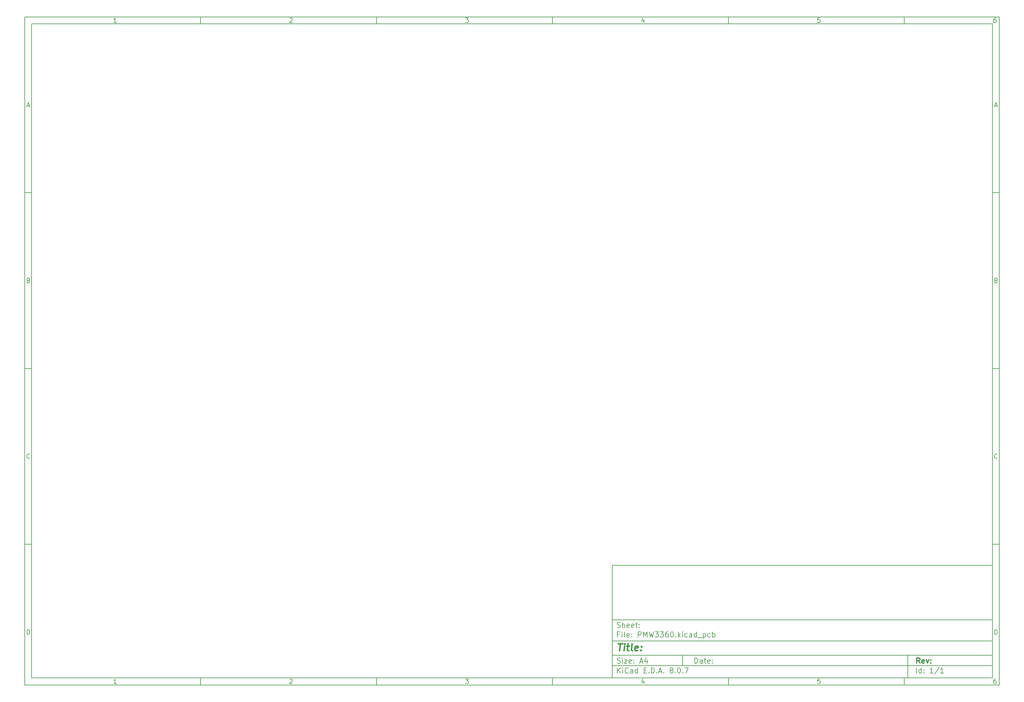
<source format=gbr>
%TF.GenerationSoftware,KiCad,Pcbnew,8.0.7*%
%TF.CreationDate,2024-12-24T22:19:04-08:00*%
%TF.ProjectId,PMW3360,504d5733-3336-4302-9e6b-696361645f70,rev?*%
%TF.SameCoordinates,Original*%
%TF.FileFunction,Paste,Bot*%
%TF.FilePolarity,Positive*%
%FSLAX46Y46*%
G04 Gerber Fmt 4.6, Leading zero omitted, Abs format (unit mm)*
G04 Created by KiCad (PCBNEW 8.0.7) date 2024-12-24 22:19:04*
%MOMM*%
%LPD*%
G01*
G04 APERTURE LIST*
%ADD10C,0.100000*%
%ADD11C,0.150000*%
%ADD12C,0.300000*%
%ADD13C,0.400000*%
G04 APERTURE END LIST*
D10*
D11*
X177002200Y-166007200D02*
X285002200Y-166007200D01*
X285002200Y-198007200D01*
X177002200Y-198007200D01*
X177002200Y-166007200D01*
D10*
D11*
X10000000Y-10000000D02*
X287002200Y-10000000D01*
X287002200Y-200007200D01*
X10000000Y-200007200D01*
X10000000Y-10000000D01*
D10*
D11*
X12000000Y-12000000D02*
X285002200Y-12000000D01*
X285002200Y-198007200D01*
X12000000Y-198007200D01*
X12000000Y-12000000D01*
D10*
D11*
X60000000Y-12000000D02*
X60000000Y-10000000D01*
D10*
D11*
X110000000Y-12000000D02*
X110000000Y-10000000D01*
D10*
D11*
X160000000Y-12000000D02*
X160000000Y-10000000D01*
D10*
D11*
X210000000Y-12000000D02*
X210000000Y-10000000D01*
D10*
D11*
X260000000Y-12000000D02*
X260000000Y-10000000D01*
D10*
D11*
X36089160Y-11593604D02*
X35346303Y-11593604D01*
X35717731Y-11593604D02*
X35717731Y-10293604D01*
X35717731Y-10293604D02*
X35593922Y-10479319D01*
X35593922Y-10479319D02*
X35470112Y-10603128D01*
X35470112Y-10603128D02*
X35346303Y-10665033D01*
D10*
D11*
X85346303Y-10417414D02*
X85408207Y-10355509D01*
X85408207Y-10355509D02*
X85532017Y-10293604D01*
X85532017Y-10293604D02*
X85841541Y-10293604D01*
X85841541Y-10293604D02*
X85965350Y-10355509D01*
X85965350Y-10355509D02*
X86027255Y-10417414D01*
X86027255Y-10417414D02*
X86089160Y-10541223D01*
X86089160Y-10541223D02*
X86089160Y-10665033D01*
X86089160Y-10665033D02*
X86027255Y-10850747D01*
X86027255Y-10850747D02*
X85284398Y-11593604D01*
X85284398Y-11593604D02*
X86089160Y-11593604D01*
D10*
D11*
X135284398Y-10293604D02*
X136089160Y-10293604D01*
X136089160Y-10293604D02*
X135655826Y-10788842D01*
X135655826Y-10788842D02*
X135841541Y-10788842D01*
X135841541Y-10788842D02*
X135965350Y-10850747D01*
X135965350Y-10850747D02*
X136027255Y-10912652D01*
X136027255Y-10912652D02*
X136089160Y-11036461D01*
X136089160Y-11036461D02*
X136089160Y-11345985D01*
X136089160Y-11345985D02*
X136027255Y-11469795D01*
X136027255Y-11469795D02*
X135965350Y-11531700D01*
X135965350Y-11531700D02*
X135841541Y-11593604D01*
X135841541Y-11593604D02*
X135470112Y-11593604D01*
X135470112Y-11593604D02*
X135346303Y-11531700D01*
X135346303Y-11531700D02*
X135284398Y-11469795D01*
D10*
D11*
X185965350Y-10726938D02*
X185965350Y-11593604D01*
X185655826Y-10231700D02*
X185346303Y-11160271D01*
X185346303Y-11160271D02*
X186151064Y-11160271D01*
D10*
D11*
X236027255Y-10293604D02*
X235408207Y-10293604D01*
X235408207Y-10293604D02*
X235346303Y-10912652D01*
X235346303Y-10912652D02*
X235408207Y-10850747D01*
X235408207Y-10850747D02*
X235532017Y-10788842D01*
X235532017Y-10788842D02*
X235841541Y-10788842D01*
X235841541Y-10788842D02*
X235965350Y-10850747D01*
X235965350Y-10850747D02*
X236027255Y-10912652D01*
X236027255Y-10912652D02*
X236089160Y-11036461D01*
X236089160Y-11036461D02*
X236089160Y-11345985D01*
X236089160Y-11345985D02*
X236027255Y-11469795D01*
X236027255Y-11469795D02*
X235965350Y-11531700D01*
X235965350Y-11531700D02*
X235841541Y-11593604D01*
X235841541Y-11593604D02*
X235532017Y-11593604D01*
X235532017Y-11593604D02*
X235408207Y-11531700D01*
X235408207Y-11531700D02*
X235346303Y-11469795D01*
D10*
D11*
X285965350Y-10293604D02*
X285717731Y-10293604D01*
X285717731Y-10293604D02*
X285593922Y-10355509D01*
X285593922Y-10355509D02*
X285532017Y-10417414D01*
X285532017Y-10417414D02*
X285408207Y-10603128D01*
X285408207Y-10603128D02*
X285346303Y-10850747D01*
X285346303Y-10850747D02*
X285346303Y-11345985D01*
X285346303Y-11345985D02*
X285408207Y-11469795D01*
X285408207Y-11469795D02*
X285470112Y-11531700D01*
X285470112Y-11531700D02*
X285593922Y-11593604D01*
X285593922Y-11593604D02*
X285841541Y-11593604D01*
X285841541Y-11593604D02*
X285965350Y-11531700D01*
X285965350Y-11531700D02*
X286027255Y-11469795D01*
X286027255Y-11469795D02*
X286089160Y-11345985D01*
X286089160Y-11345985D02*
X286089160Y-11036461D01*
X286089160Y-11036461D02*
X286027255Y-10912652D01*
X286027255Y-10912652D02*
X285965350Y-10850747D01*
X285965350Y-10850747D02*
X285841541Y-10788842D01*
X285841541Y-10788842D02*
X285593922Y-10788842D01*
X285593922Y-10788842D02*
X285470112Y-10850747D01*
X285470112Y-10850747D02*
X285408207Y-10912652D01*
X285408207Y-10912652D02*
X285346303Y-11036461D01*
D10*
D11*
X60000000Y-198007200D02*
X60000000Y-200007200D01*
D10*
D11*
X110000000Y-198007200D02*
X110000000Y-200007200D01*
D10*
D11*
X160000000Y-198007200D02*
X160000000Y-200007200D01*
D10*
D11*
X210000000Y-198007200D02*
X210000000Y-200007200D01*
D10*
D11*
X260000000Y-198007200D02*
X260000000Y-200007200D01*
D10*
D11*
X36089160Y-199600804D02*
X35346303Y-199600804D01*
X35717731Y-199600804D02*
X35717731Y-198300804D01*
X35717731Y-198300804D02*
X35593922Y-198486519D01*
X35593922Y-198486519D02*
X35470112Y-198610328D01*
X35470112Y-198610328D02*
X35346303Y-198672233D01*
D10*
D11*
X85346303Y-198424614D02*
X85408207Y-198362709D01*
X85408207Y-198362709D02*
X85532017Y-198300804D01*
X85532017Y-198300804D02*
X85841541Y-198300804D01*
X85841541Y-198300804D02*
X85965350Y-198362709D01*
X85965350Y-198362709D02*
X86027255Y-198424614D01*
X86027255Y-198424614D02*
X86089160Y-198548423D01*
X86089160Y-198548423D02*
X86089160Y-198672233D01*
X86089160Y-198672233D02*
X86027255Y-198857947D01*
X86027255Y-198857947D02*
X85284398Y-199600804D01*
X85284398Y-199600804D02*
X86089160Y-199600804D01*
D10*
D11*
X135284398Y-198300804D02*
X136089160Y-198300804D01*
X136089160Y-198300804D02*
X135655826Y-198796042D01*
X135655826Y-198796042D02*
X135841541Y-198796042D01*
X135841541Y-198796042D02*
X135965350Y-198857947D01*
X135965350Y-198857947D02*
X136027255Y-198919852D01*
X136027255Y-198919852D02*
X136089160Y-199043661D01*
X136089160Y-199043661D02*
X136089160Y-199353185D01*
X136089160Y-199353185D02*
X136027255Y-199476995D01*
X136027255Y-199476995D02*
X135965350Y-199538900D01*
X135965350Y-199538900D02*
X135841541Y-199600804D01*
X135841541Y-199600804D02*
X135470112Y-199600804D01*
X135470112Y-199600804D02*
X135346303Y-199538900D01*
X135346303Y-199538900D02*
X135284398Y-199476995D01*
D10*
D11*
X185965350Y-198734138D02*
X185965350Y-199600804D01*
X185655826Y-198238900D02*
X185346303Y-199167471D01*
X185346303Y-199167471D02*
X186151064Y-199167471D01*
D10*
D11*
X236027255Y-198300804D02*
X235408207Y-198300804D01*
X235408207Y-198300804D02*
X235346303Y-198919852D01*
X235346303Y-198919852D02*
X235408207Y-198857947D01*
X235408207Y-198857947D02*
X235532017Y-198796042D01*
X235532017Y-198796042D02*
X235841541Y-198796042D01*
X235841541Y-198796042D02*
X235965350Y-198857947D01*
X235965350Y-198857947D02*
X236027255Y-198919852D01*
X236027255Y-198919852D02*
X236089160Y-199043661D01*
X236089160Y-199043661D02*
X236089160Y-199353185D01*
X236089160Y-199353185D02*
X236027255Y-199476995D01*
X236027255Y-199476995D02*
X235965350Y-199538900D01*
X235965350Y-199538900D02*
X235841541Y-199600804D01*
X235841541Y-199600804D02*
X235532017Y-199600804D01*
X235532017Y-199600804D02*
X235408207Y-199538900D01*
X235408207Y-199538900D02*
X235346303Y-199476995D01*
D10*
D11*
X285965350Y-198300804D02*
X285717731Y-198300804D01*
X285717731Y-198300804D02*
X285593922Y-198362709D01*
X285593922Y-198362709D02*
X285532017Y-198424614D01*
X285532017Y-198424614D02*
X285408207Y-198610328D01*
X285408207Y-198610328D02*
X285346303Y-198857947D01*
X285346303Y-198857947D02*
X285346303Y-199353185D01*
X285346303Y-199353185D02*
X285408207Y-199476995D01*
X285408207Y-199476995D02*
X285470112Y-199538900D01*
X285470112Y-199538900D02*
X285593922Y-199600804D01*
X285593922Y-199600804D02*
X285841541Y-199600804D01*
X285841541Y-199600804D02*
X285965350Y-199538900D01*
X285965350Y-199538900D02*
X286027255Y-199476995D01*
X286027255Y-199476995D02*
X286089160Y-199353185D01*
X286089160Y-199353185D02*
X286089160Y-199043661D01*
X286089160Y-199043661D02*
X286027255Y-198919852D01*
X286027255Y-198919852D02*
X285965350Y-198857947D01*
X285965350Y-198857947D02*
X285841541Y-198796042D01*
X285841541Y-198796042D02*
X285593922Y-198796042D01*
X285593922Y-198796042D02*
X285470112Y-198857947D01*
X285470112Y-198857947D02*
X285408207Y-198919852D01*
X285408207Y-198919852D02*
X285346303Y-199043661D01*
D10*
D11*
X10000000Y-60000000D02*
X12000000Y-60000000D01*
D10*
D11*
X10000000Y-110000000D02*
X12000000Y-110000000D01*
D10*
D11*
X10000000Y-160000000D02*
X12000000Y-160000000D01*
D10*
D11*
X10690476Y-35222176D02*
X11309523Y-35222176D01*
X10566666Y-35593604D02*
X10999999Y-34293604D01*
X10999999Y-34293604D02*
X11433333Y-35593604D01*
D10*
D11*
X11092857Y-84912652D02*
X11278571Y-84974557D01*
X11278571Y-84974557D02*
X11340476Y-85036461D01*
X11340476Y-85036461D02*
X11402380Y-85160271D01*
X11402380Y-85160271D02*
X11402380Y-85345985D01*
X11402380Y-85345985D02*
X11340476Y-85469795D01*
X11340476Y-85469795D02*
X11278571Y-85531700D01*
X11278571Y-85531700D02*
X11154761Y-85593604D01*
X11154761Y-85593604D02*
X10659523Y-85593604D01*
X10659523Y-85593604D02*
X10659523Y-84293604D01*
X10659523Y-84293604D02*
X11092857Y-84293604D01*
X11092857Y-84293604D02*
X11216666Y-84355509D01*
X11216666Y-84355509D02*
X11278571Y-84417414D01*
X11278571Y-84417414D02*
X11340476Y-84541223D01*
X11340476Y-84541223D02*
X11340476Y-84665033D01*
X11340476Y-84665033D02*
X11278571Y-84788842D01*
X11278571Y-84788842D02*
X11216666Y-84850747D01*
X11216666Y-84850747D02*
X11092857Y-84912652D01*
X11092857Y-84912652D02*
X10659523Y-84912652D01*
D10*
D11*
X11402380Y-135469795D02*
X11340476Y-135531700D01*
X11340476Y-135531700D02*
X11154761Y-135593604D01*
X11154761Y-135593604D02*
X11030952Y-135593604D01*
X11030952Y-135593604D02*
X10845238Y-135531700D01*
X10845238Y-135531700D02*
X10721428Y-135407890D01*
X10721428Y-135407890D02*
X10659523Y-135284080D01*
X10659523Y-135284080D02*
X10597619Y-135036461D01*
X10597619Y-135036461D02*
X10597619Y-134850747D01*
X10597619Y-134850747D02*
X10659523Y-134603128D01*
X10659523Y-134603128D02*
X10721428Y-134479319D01*
X10721428Y-134479319D02*
X10845238Y-134355509D01*
X10845238Y-134355509D02*
X11030952Y-134293604D01*
X11030952Y-134293604D02*
X11154761Y-134293604D01*
X11154761Y-134293604D02*
X11340476Y-134355509D01*
X11340476Y-134355509D02*
X11402380Y-134417414D01*
D10*
D11*
X10659523Y-185593604D02*
X10659523Y-184293604D01*
X10659523Y-184293604D02*
X10969047Y-184293604D01*
X10969047Y-184293604D02*
X11154761Y-184355509D01*
X11154761Y-184355509D02*
X11278571Y-184479319D01*
X11278571Y-184479319D02*
X11340476Y-184603128D01*
X11340476Y-184603128D02*
X11402380Y-184850747D01*
X11402380Y-184850747D02*
X11402380Y-185036461D01*
X11402380Y-185036461D02*
X11340476Y-185284080D01*
X11340476Y-185284080D02*
X11278571Y-185407890D01*
X11278571Y-185407890D02*
X11154761Y-185531700D01*
X11154761Y-185531700D02*
X10969047Y-185593604D01*
X10969047Y-185593604D02*
X10659523Y-185593604D01*
D10*
D11*
X287002200Y-60000000D02*
X285002200Y-60000000D01*
D10*
D11*
X287002200Y-110000000D02*
X285002200Y-110000000D01*
D10*
D11*
X287002200Y-160000000D02*
X285002200Y-160000000D01*
D10*
D11*
X285692676Y-35222176D02*
X286311723Y-35222176D01*
X285568866Y-35593604D02*
X286002199Y-34293604D01*
X286002199Y-34293604D02*
X286435533Y-35593604D01*
D10*
D11*
X286095057Y-84912652D02*
X286280771Y-84974557D01*
X286280771Y-84974557D02*
X286342676Y-85036461D01*
X286342676Y-85036461D02*
X286404580Y-85160271D01*
X286404580Y-85160271D02*
X286404580Y-85345985D01*
X286404580Y-85345985D02*
X286342676Y-85469795D01*
X286342676Y-85469795D02*
X286280771Y-85531700D01*
X286280771Y-85531700D02*
X286156961Y-85593604D01*
X286156961Y-85593604D02*
X285661723Y-85593604D01*
X285661723Y-85593604D02*
X285661723Y-84293604D01*
X285661723Y-84293604D02*
X286095057Y-84293604D01*
X286095057Y-84293604D02*
X286218866Y-84355509D01*
X286218866Y-84355509D02*
X286280771Y-84417414D01*
X286280771Y-84417414D02*
X286342676Y-84541223D01*
X286342676Y-84541223D02*
X286342676Y-84665033D01*
X286342676Y-84665033D02*
X286280771Y-84788842D01*
X286280771Y-84788842D02*
X286218866Y-84850747D01*
X286218866Y-84850747D02*
X286095057Y-84912652D01*
X286095057Y-84912652D02*
X285661723Y-84912652D01*
D10*
D11*
X286404580Y-135469795D02*
X286342676Y-135531700D01*
X286342676Y-135531700D02*
X286156961Y-135593604D01*
X286156961Y-135593604D02*
X286033152Y-135593604D01*
X286033152Y-135593604D02*
X285847438Y-135531700D01*
X285847438Y-135531700D02*
X285723628Y-135407890D01*
X285723628Y-135407890D02*
X285661723Y-135284080D01*
X285661723Y-135284080D02*
X285599819Y-135036461D01*
X285599819Y-135036461D02*
X285599819Y-134850747D01*
X285599819Y-134850747D02*
X285661723Y-134603128D01*
X285661723Y-134603128D02*
X285723628Y-134479319D01*
X285723628Y-134479319D02*
X285847438Y-134355509D01*
X285847438Y-134355509D02*
X286033152Y-134293604D01*
X286033152Y-134293604D02*
X286156961Y-134293604D01*
X286156961Y-134293604D02*
X286342676Y-134355509D01*
X286342676Y-134355509D02*
X286404580Y-134417414D01*
D10*
D11*
X285661723Y-185593604D02*
X285661723Y-184293604D01*
X285661723Y-184293604D02*
X285971247Y-184293604D01*
X285971247Y-184293604D02*
X286156961Y-184355509D01*
X286156961Y-184355509D02*
X286280771Y-184479319D01*
X286280771Y-184479319D02*
X286342676Y-184603128D01*
X286342676Y-184603128D02*
X286404580Y-184850747D01*
X286404580Y-184850747D02*
X286404580Y-185036461D01*
X286404580Y-185036461D02*
X286342676Y-185284080D01*
X286342676Y-185284080D02*
X286280771Y-185407890D01*
X286280771Y-185407890D02*
X286156961Y-185531700D01*
X286156961Y-185531700D02*
X285971247Y-185593604D01*
X285971247Y-185593604D02*
X285661723Y-185593604D01*
D10*
D11*
X200458026Y-193793328D02*
X200458026Y-192293328D01*
X200458026Y-192293328D02*
X200815169Y-192293328D01*
X200815169Y-192293328D02*
X201029455Y-192364757D01*
X201029455Y-192364757D02*
X201172312Y-192507614D01*
X201172312Y-192507614D02*
X201243741Y-192650471D01*
X201243741Y-192650471D02*
X201315169Y-192936185D01*
X201315169Y-192936185D02*
X201315169Y-193150471D01*
X201315169Y-193150471D02*
X201243741Y-193436185D01*
X201243741Y-193436185D02*
X201172312Y-193579042D01*
X201172312Y-193579042D02*
X201029455Y-193721900D01*
X201029455Y-193721900D02*
X200815169Y-193793328D01*
X200815169Y-193793328D02*
X200458026Y-193793328D01*
X202600884Y-193793328D02*
X202600884Y-193007614D01*
X202600884Y-193007614D02*
X202529455Y-192864757D01*
X202529455Y-192864757D02*
X202386598Y-192793328D01*
X202386598Y-192793328D02*
X202100884Y-192793328D01*
X202100884Y-192793328D02*
X201958026Y-192864757D01*
X202600884Y-193721900D02*
X202458026Y-193793328D01*
X202458026Y-193793328D02*
X202100884Y-193793328D01*
X202100884Y-193793328D02*
X201958026Y-193721900D01*
X201958026Y-193721900D02*
X201886598Y-193579042D01*
X201886598Y-193579042D02*
X201886598Y-193436185D01*
X201886598Y-193436185D02*
X201958026Y-193293328D01*
X201958026Y-193293328D02*
X202100884Y-193221900D01*
X202100884Y-193221900D02*
X202458026Y-193221900D01*
X202458026Y-193221900D02*
X202600884Y-193150471D01*
X203100884Y-192793328D02*
X203672312Y-192793328D01*
X203315169Y-192293328D02*
X203315169Y-193579042D01*
X203315169Y-193579042D02*
X203386598Y-193721900D01*
X203386598Y-193721900D02*
X203529455Y-193793328D01*
X203529455Y-193793328D02*
X203672312Y-193793328D01*
X204743741Y-193721900D02*
X204600884Y-193793328D01*
X204600884Y-193793328D02*
X204315170Y-193793328D01*
X204315170Y-193793328D02*
X204172312Y-193721900D01*
X204172312Y-193721900D02*
X204100884Y-193579042D01*
X204100884Y-193579042D02*
X204100884Y-193007614D01*
X204100884Y-193007614D02*
X204172312Y-192864757D01*
X204172312Y-192864757D02*
X204315170Y-192793328D01*
X204315170Y-192793328D02*
X204600884Y-192793328D01*
X204600884Y-192793328D02*
X204743741Y-192864757D01*
X204743741Y-192864757D02*
X204815170Y-193007614D01*
X204815170Y-193007614D02*
X204815170Y-193150471D01*
X204815170Y-193150471D02*
X204100884Y-193293328D01*
X205458026Y-193650471D02*
X205529455Y-193721900D01*
X205529455Y-193721900D02*
X205458026Y-193793328D01*
X205458026Y-193793328D02*
X205386598Y-193721900D01*
X205386598Y-193721900D02*
X205458026Y-193650471D01*
X205458026Y-193650471D02*
X205458026Y-193793328D01*
X205458026Y-192864757D02*
X205529455Y-192936185D01*
X205529455Y-192936185D02*
X205458026Y-193007614D01*
X205458026Y-193007614D02*
X205386598Y-192936185D01*
X205386598Y-192936185D02*
X205458026Y-192864757D01*
X205458026Y-192864757D02*
X205458026Y-193007614D01*
D10*
D11*
X177002200Y-194507200D02*
X285002200Y-194507200D01*
D10*
D11*
X178458026Y-196593328D02*
X178458026Y-195093328D01*
X179315169Y-196593328D02*
X178672312Y-195736185D01*
X179315169Y-195093328D02*
X178458026Y-195950471D01*
X179958026Y-196593328D02*
X179958026Y-195593328D01*
X179958026Y-195093328D02*
X179886598Y-195164757D01*
X179886598Y-195164757D02*
X179958026Y-195236185D01*
X179958026Y-195236185D02*
X180029455Y-195164757D01*
X180029455Y-195164757D02*
X179958026Y-195093328D01*
X179958026Y-195093328D02*
X179958026Y-195236185D01*
X181529455Y-196450471D02*
X181458027Y-196521900D01*
X181458027Y-196521900D02*
X181243741Y-196593328D01*
X181243741Y-196593328D02*
X181100884Y-196593328D01*
X181100884Y-196593328D02*
X180886598Y-196521900D01*
X180886598Y-196521900D02*
X180743741Y-196379042D01*
X180743741Y-196379042D02*
X180672312Y-196236185D01*
X180672312Y-196236185D02*
X180600884Y-195950471D01*
X180600884Y-195950471D02*
X180600884Y-195736185D01*
X180600884Y-195736185D02*
X180672312Y-195450471D01*
X180672312Y-195450471D02*
X180743741Y-195307614D01*
X180743741Y-195307614D02*
X180886598Y-195164757D01*
X180886598Y-195164757D02*
X181100884Y-195093328D01*
X181100884Y-195093328D02*
X181243741Y-195093328D01*
X181243741Y-195093328D02*
X181458027Y-195164757D01*
X181458027Y-195164757D02*
X181529455Y-195236185D01*
X182815170Y-196593328D02*
X182815170Y-195807614D01*
X182815170Y-195807614D02*
X182743741Y-195664757D01*
X182743741Y-195664757D02*
X182600884Y-195593328D01*
X182600884Y-195593328D02*
X182315170Y-195593328D01*
X182315170Y-195593328D02*
X182172312Y-195664757D01*
X182815170Y-196521900D02*
X182672312Y-196593328D01*
X182672312Y-196593328D02*
X182315170Y-196593328D01*
X182315170Y-196593328D02*
X182172312Y-196521900D01*
X182172312Y-196521900D02*
X182100884Y-196379042D01*
X182100884Y-196379042D02*
X182100884Y-196236185D01*
X182100884Y-196236185D02*
X182172312Y-196093328D01*
X182172312Y-196093328D02*
X182315170Y-196021900D01*
X182315170Y-196021900D02*
X182672312Y-196021900D01*
X182672312Y-196021900D02*
X182815170Y-195950471D01*
X184172313Y-196593328D02*
X184172313Y-195093328D01*
X184172313Y-196521900D02*
X184029455Y-196593328D01*
X184029455Y-196593328D02*
X183743741Y-196593328D01*
X183743741Y-196593328D02*
X183600884Y-196521900D01*
X183600884Y-196521900D02*
X183529455Y-196450471D01*
X183529455Y-196450471D02*
X183458027Y-196307614D01*
X183458027Y-196307614D02*
X183458027Y-195879042D01*
X183458027Y-195879042D02*
X183529455Y-195736185D01*
X183529455Y-195736185D02*
X183600884Y-195664757D01*
X183600884Y-195664757D02*
X183743741Y-195593328D01*
X183743741Y-195593328D02*
X184029455Y-195593328D01*
X184029455Y-195593328D02*
X184172313Y-195664757D01*
X186029455Y-195807614D02*
X186529455Y-195807614D01*
X186743741Y-196593328D02*
X186029455Y-196593328D01*
X186029455Y-196593328D02*
X186029455Y-195093328D01*
X186029455Y-195093328D02*
X186743741Y-195093328D01*
X187386598Y-196450471D02*
X187458027Y-196521900D01*
X187458027Y-196521900D02*
X187386598Y-196593328D01*
X187386598Y-196593328D02*
X187315170Y-196521900D01*
X187315170Y-196521900D02*
X187386598Y-196450471D01*
X187386598Y-196450471D02*
X187386598Y-196593328D01*
X188100884Y-196593328D02*
X188100884Y-195093328D01*
X188100884Y-195093328D02*
X188458027Y-195093328D01*
X188458027Y-195093328D02*
X188672313Y-195164757D01*
X188672313Y-195164757D02*
X188815170Y-195307614D01*
X188815170Y-195307614D02*
X188886599Y-195450471D01*
X188886599Y-195450471D02*
X188958027Y-195736185D01*
X188958027Y-195736185D02*
X188958027Y-195950471D01*
X188958027Y-195950471D02*
X188886599Y-196236185D01*
X188886599Y-196236185D02*
X188815170Y-196379042D01*
X188815170Y-196379042D02*
X188672313Y-196521900D01*
X188672313Y-196521900D02*
X188458027Y-196593328D01*
X188458027Y-196593328D02*
X188100884Y-196593328D01*
X189600884Y-196450471D02*
X189672313Y-196521900D01*
X189672313Y-196521900D02*
X189600884Y-196593328D01*
X189600884Y-196593328D02*
X189529456Y-196521900D01*
X189529456Y-196521900D02*
X189600884Y-196450471D01*
X189600884Y-196450471D02*
X189600884Y-196593328D01*
X190243742Y-196164757D02*
X190958028Y-196164757D01*
X190100885Y-196593328D02*
X190600885Y-195093328D01*
X190600885Y-195093328D02*
X191100885Y-196593328D01*
X191600884Y-196450471D02*
X191672313Y-196521900D01*
X191672313Y-196521900D02*
X191600884Y-196593328D01*
X191600884Y-196593328D02*
X191529456Y-196521900D01*
X191529456Y-196521900D02*
X191600884Y-196450471D01*
X191600884Y-196450471D02*
X191600884Y-196593328D01*
X193672313Y-195736185D02*
X193529456Y-195664757D01*
X193529456Y-195664757D02*
X193458027Y-195593328D01*
X193458027Y-195593328D02*
X193386599Y-195450471D01*
X193386599Y-195450471D02*
X193386599Y-195379042D01*
X193386599Y-195379042D02*
X193458027Y-195236185D01*
X193458027Y-195236185D02*
X193529456Y-195164757D01*
X193529456Y-195164757D02*
X193672313Y-195093328D01*
X193672313Y-195093328D02*
X193958027Y-195093328D01*
X193958027Y-195093328D02*
X194100885Y-195164757D01*
X194100885Y-195164757D02*
X194172313Y-195236185D01*
X194172313Y-195236185D02*
X194243742Y-195379042D01*
X194243742Y-195379042D02*
X194243742Y-195450471D01*
X194243742Y-195450471D02*
X194172313Y-195593328D01*
X194172313Y-195593328D02*
X194100885Y-195664757D01*
X194100885Y-195664757D02*
X193958027Y-195736185D01*
X193958027Y-195736185D02*
X193672313Y-195736185D01*
X193672313Y-195736185D02*
X193529456Y-195807614D01*
X193529456Y-195807614D02*
X193458027Y-195879042D01*
X193458027Y-195879042D02*
X193386599Y-196021900D01*
X193386599Y-196021900D02*
X193386599Y-196307614D01*
X193386599Y-196307614D02*
X193458027Y-196450471D01*
X193458027Y-196450471D02*
X193529456Y-196521900D01*
X193529456Y-196521900D02*
X193672313Y-196593328D01*
X193672313Y-196593328D02*
X193958027Y-196593328D01*
X193958027Y-196593328D02*
X194100885Y-196521900D01*
X194100885Y-196521900D02*
X194172313Y-196450471D01*
X194172313Y-196450471D02*
X194243742Y-196307614D01*
X194243742Y-196307614D02*
X194243742Y-196021900D01*
X194243742Y-196021900D02*
X194172313Y-195879042D01*
X194172313Y-195879042D02*
X194100885Y-195807614D01*
X194100885Y-195807614D02*
X193958027Y-195736185D01*
X194886598Y-196450471D02*
X194958027Y-196521900D01*
X194958027Y-196521900D02*
X194886598Y-196593328D01*
X194886598Y-196593328D02*
X194815170Y-196521900D01*
X194815170Y-196521900D02*
X194886598Y-196450471D01*
X194886598Y-196450471D02*
X194886598Y-196593328D01*
X195886599Y-195093328D02*
X196029456Y-195093328D01*
X196029456Y-195093328D02*
X196172313Y-195164757D01*
X196172313Y-195164757D02*
X196243742Y-195236185D01*
X196243742Y-195236185D02*
X196315170Y-195379042D01*
X196315170Y-195379042D02*
X196386599Y-195664757D01*
X196386599Y-195664757D02*
X196386599Y-196021900D01*
X196386599Y-196021900D02*
X196315170Y-196307614D01*
X196315170Y-196307614D02*
X196243742Y-196450471D01*
X196243742Y-196450471D02*
X196172313Y-196521900D01*
X196172313Y-196521900D02*
X196029456Y-196593328D01*
X196029456Y-196593328D02*
X195886599Y-196593328D01*
X195886599Y-196593328D02*
X195743742Y-196521900D01*
X195743742Y-196521900D02*
X195672313Y-196450471D01*
X195672313Y-196450471D02*
X195600884Y-196307614D01*
X195600884Y-196307614D02*
X195529456Y-196021900D01*
X195529456Y-196021900D02*
X195529456Y-195664757D01*
X195529456Y-195664757D02*
X195600884Y-195379042D01*
X195600884Y-195379042D02*
X195672313Y-195236185D01*
X195672313Y-195236185D02*
X195743742Y-195164757D01*
X195743742Y-195164757D02*
X195886599Y-195093328D01*
X197029455Y-196450471D02*
X197100884Y-196521900D01*
X197100884Y-196521900D02*
X197029455Y-196593328D01*
X197029455Y-196593328D02*
X196958027Y-196521900D01*
X196958027Y-196521900D02*
X197029455Y-196450471D01*
X197029455Y-196450471D02*
X197029455Y-196593328D01*
X197600884Y-195093328D02*
X198600884Y-195093328D01*
X198600884Y-195093328D02*
X197958027Y-196593328D01*
D10*
D11*
X177002200Y-191507200D02*
X285002200Y-191507200D01*
D10*
D12*
X264413853Y-193785528D02*
X263913853Y-193071242D01*
X263556710Y-193785528D02*
X263556710Y-192285528D01*
X263556710Y-192285528D02*
X264128139Y-192285528D01*
X264128139Y-192285528D02*
X264270996Y-192356957D01*
X264270996Y-192356957D02*
X264342425Y-192428385D01*
X264342425Y-192428385D02*
X264413853Y-192571242D01*
X264413853Y-192571242D02*
X264413853Y-192785528D01*
X264413853Y-192785528D02*
X264342425Y-192928385D01*
X264342425Y-192928385D02*
X264270996Y-192999814D01*
X264270996Y-192999814D02*
X264128139Y-193071242D01*
X264128139Y-193071242D02*
X263556710Y-193071242D01*
X265628139Y-193714100D02*
X265485282Y-193785528D01*
X265485282Y-193785528D02*
X265199568Y-193785528D01*
X265199568Y-193785528D02*
X265056710Y-193714100D01*
X265056710Y-193714100D02*
X264985282Y-193571242D01*
X264985282Y-193571242D02*
X264985282Y-192999814D01*
X264985282Y-192999814D02*
X265056710Y-192856957D01*
X265056710Y-192856957D02*
X265199568Y-192785528D01*
X265199568Y-192785528D02*
X265485282Y-192785528D01*
X265485282Y-192785528D02*
X265628139Y-192856957D01*
X265628139Y-192856957D02*
X265699568Y-192999814D01*
X265699568Y-192999814D02*
X265699568Y-193142671D01*
X265699568Y-193142671D02*
X264985282Y-193285528D01*
X266199567Y-192785528D02*
X266556710Y-193785528D01*
X266556710Y-193785528D02*
X266913853Y-192785528D01*
X267485281Y-193642671D02*
X267556710Y-193714100D01*
X267556710Y-193714100D02*
X267485281Y-193785528D01*
X267485281Y-193785528D02*
X267413853Y-193714100D01*
X267413853Y-193714100D02*
X267485281Y-193642671D01*
X267485281Y-193642671D02*
X267485281Y-193785528D01*
X267485281Y-192856957D02*
X267556710Y-192928385D01*
X267556710Y-192928385D02*
X267485281Y-192999814D01*
X267485281Y-192999814D02*
X267413853Y-192928385D01*
X267413853Y-192928385D02*
X267485281Y-192856957D01*
X267485281Y-192856957D02*
X267485281Y-192999814D01*
D10*
D11*
X178386598Y-193721900D02*
X178600884Y-193793328D01*
X178600884Y-193793328D02*
X178958026Y-193793328D01*
X178958026Y-193793328D02*
X179100884Y-193721900D01*
X179100884Y-193721900D02*
X179172312Y-193650471D01*
X179172312Y-193650471D02*
X179243741Y-193507614D01*
X179243741Y-193507614D02*
X179243741Y-193364757D01*
X179243741Y-193364757D02*
X179172312Y-193221900D01*
X179172312Y-193221900D02*
X179100884Y-193150471D01*
X179100884Y-193150471D02*
X178958026Y-193079042D01*
X178958026Y-193079042D02*
X178672312Y-193007614D01*
X178672312Y-193007614D02*
X178529455Y-192936185D01*
X178529455Y-192936185D02*
X178458026Y-192864757D01*
X178458026Y-192864757D02*
X178386598Y-192721900D01*
X178386598Y-192721900D02*
X178386598Y-192579042D01*
X178386598Y-192579042D02*
X178458026Y-192436185D01*
X178458026Y-192436185D02*
X178529455Y-192364757D01*
X178529455Y-192364757D02*
X178672312Y-192293328D01*
X178672312Y-192293328D02*
X179029455Y-192293328D01*
X179029455Y-192293328D02*
X179243741Y-192364757D01*
X179886597Y-193793328D02*
X179886597Y-192793328D01*
X179886597Y-192293328D02*
X179815169Y-192364757D01*
X179815169Y-192364757D02*
X179886597Y-192436185D01*
X179886597Y-192436185D02*
X179958026Y-192364757D01*
X179958026Y-192364757D02*
X179886597Y-192293328D01*
X179886597Y-192293328D02*
X179886597Y-192436185D01*
X180458026Y-192793328D02*
X181243741Y-192793328D01*
X181243741Y-192793328D02*
X180458026Y-193793328D01*
X180458026Y-193793328D02*
X181243741Y-193793328D01*
X182386598Y-193721900D02*
X182243741Y-193793328D01*
X182243741Y-193793328D02*
X181958027Y-193793328D01*
X181958027Y-193793328D02*
X181815169Y-193721900D01*
X181815169Y-193721900D02*
X181743741Y-193579042D01*
X181743741Y-193579042D02*
X181743741Y-193007614D01*
X181743741Y-193007614D02*
X181815169Y-192864757D01*
X181815169Y-192864757D02*
X181958027Y-192793328D01*
X181958027Y-192793328D02*
X182243741Y-192793328D01*
X182243741Y-192793328D02*
X182386598Y-192864757D01*
X182386598Y-192864757D02*
X182458027Y-193007614D01*
X182458027Y-193007614D02*
X182458027Y-193150471D01*
X182458027Y-193150471D02*
X181743741Y-193293328D01*
X183100883Y-193650471D02*
X183172312Y-193721900D01*
X183172312Y-193721900D02*
X183100883Y-193793328D01*
X183100883Y-193793328D02*
X183029455Y-193721900D01*
X183029455Y-193721900D02*
X183100883Y-193650471D01*
X183100883Y-193650471D02*
X183100883Y-193793328D01*
X183100883Y-192864757D02*
X183172312Y-192936185D01*
X183172312Y-192936185D02*
X183100883Y-193007614D01*
X183100883Y-193007614D02*
X183029455Y-192936185D01*
X183029455Y-192936185D02*
X183100883Y-192864757D01*
X183100883Y-192864757D02*
X183100883Y-193007614D01*
X184886598Y-193364757D02*
X185600884Y-193364757D01*
X184743741Y-193793328D02*
X185243741Y-192293328D01*
X185243741Y-192293328D02*
X185743741Y-193793328D01*
X186886598Y-192793328D02*
X186886598Y-193793328D01*
X186529455Y-192221900D02*
X186172312Y-193293328D01*
X186172312Y-193293328D02*
X187100883Y-193293328D01*
D10*
D11*
X263458026Y-196593328D02*
X263458026Y-195093328D01*
X264815170Y-196593328D02*
X264815170Y-195093328D01*
X264815170Y-196521900D02*
X264672312Y-196593328D01*
X264672312Y-196593328D02*
X264386598Y-196593328D01*
X264386598Y-196593328D02*
X264243741Y-196521900D01*
X264243741Y-196521900D02*
X264172312Y-196450471D01*
X264172312Y-196450471D02*
X264100884Y-196307614D01*
X264100884Y-196307614D02*
X264100884Y-195879042D01*
X264100884Y-195879042D02*
X264172312Y-195736185D01*
X264172312Y-195736185D02*
X264243741Y-195664757D01*
X264243741Y-195664757D02*
X264386598Y-195593328D01*
X264386598Y-195593328D02*
X264672312Y-195593328D01*
X264672312Y-195593328D02*
X264815170Y-195664757D01*
X265529455Y-196450471D02*
X265600884Y-196521900D01*
X265600884Y-196521900D02*
X265529455Y-196593328D01*
X265529455Y-196593328D02*
X265458027Y-196521900D01*
X265458027Y-196521900D02*
X265529455Y-196450471D01*
X265529455Y-196450471D02*
X265529455Y-196593328D01*
X265529455Y-195664757D02*
X265600884Y-195736185D01*
X265600884Y-195736185D02*
X265529455Y-195807614D01*
X265529455Y-195807614D02*
X265458027Y-195736185D01*
X265458027Y-195736185D02*
X265529455Y-195664757D01*
X265529455Y-195664757D02*
X265529455Y-195807614D01*
X268172313Y-196593328D02*
X267315170Y-196593328D01*
X267743741Y-196593328D02*
X267743741Y-195093328D01*
X267743741Y-195093328D02*
X267600884Y-195307614D01*
X267600884Y-195307614D02*
X267458027Y-195450471D01*
X267458027Y-195450471D02*
X267315170Y-195521900D01*
X269886598Y-195021900D02*
X268600884Y-196950471D01*
X271172313Y-196593328D02*
X270315170Y-196593328D01*
X270743741Y-196593328D02*
X270743741Y-195093328D01*
X270743741Y-195093328D02*
X270600884Y-195307614D01*
X270600884Y-195307614D02*
X270458027Y-195450471D01*
X270458027Y-195450471D02*
X270315170Y-195521900D01*
D10*
D11*
X177002200Y-187507200D02*
X285002200Y-187507200D01*
D10*
D13*
X178693928Y-188211638D02*
X179836785Y-188211638D01*
X179015357Y-190211638D02*
X179265357Y-188211638D01*
X180253452Y-190211638D02*
X180420119Y-188878304D01*
X180503452Y-188211638D02*
X180396309Y-188306876D01*
X180396309Y-188306876D02*
X180479643Y-188402114D01*
X180479643Y-188402114D02*
X180586786Y-188306876D01*
X180586786Y-188306876D02*
X180503452Y-188211638D01*
X180503452Y-188211638D02*
X180479643Y-188402114D01*
X181086786Y-188878304D02*
X181848690Y-188878304D01*
X181455833Y-188211638D02*
X181241548Y-189925923D01*
X181241548Y-189925923D02*
X181312976Y-190116400D01*
X181312976Y-190116400D02*
X181491548Y-190211638D01*
X181491548Y-190211638D02*
X181682024Y-190211638D01*
X182634405Y-190211638D02*
X182455833Y-190116400D01*
X182455833Y-190116400D02*
X182384405Y-189925923D01*
X182384405Y-189925923D02*
X182598690Y-188211638D01*
X184170119Y-190116400D02*
X183967738Y-190211638D01*
X183967738Y-190211638D02*
X183586785Y-190211638D01*
X183586785Y-190211638D02*
X183408214Y-190116400D01*
X183408214Y-190116400D02*
X183336785Y-189925923D01*
X183336785Y-189925923D02*
X183432024Y-189164019D01*
X183432024Y-189164019D02*
X183551071Y-188973542D01*
X183551071Y-188973542D02*
X183753452Y-188878304D01*
X183753452Y-188878304D02*
X184134404Y-188878304D01*
X184134404Y-188878304D02*
X184312976Y-188973542D01*
X184312976Y-188973542D02*
X184384404Y-189164019D01*
X184384404Y-189164019D02*
X184360595Y-189354495D01*
X184360595Y-189354495D02*
X183384404Y-189544971D01*
X185134405Y-190021161D02*
X185217738Y-190116400D01*
X185217738Y-190116400D02*
X185110595Y-190211638D01*
X185110595Y-190211638D02*
X185027262Y-190116400D01*
X185027262Y-190116400D02*
X185134405Y-190021161D01*
X185134405Y-190021161D02*
X185110595Y-190211638D01*
X185265357Y-188973542D02*
X185348690Y-189068780D01*
X185348690Y-189068780D02*
X185241548Y-189164019D01*
X185241548Y-189164019D02*
X185158214Y-189068780D01*
X185158214Y-189068780D02*
X185265357Y-188973542D01*
X185265357Y-188973542D02*
X185241548Y-189164019D01*
D10*
D11*
X178958026Y-185607614D02*
X178458026Y-185607614D01*
X178458026Y-186393328D02*
X178458026Y-184893328D01*
X178458026Y-184893328D02*
X179172312Y-184893328D01*
X179743740Y-186393328D02*
X179743740Y-185393328D01*
X179743740Y-184893328D02*
X179672312Y-184964757D01*
X179672312Y-184964757D02*
X179743740Y-185036185D01*
X179743740Y-185036185D02*
X179815169Y-184964757D01*
X179815169Y-184964757D02*
X179743740Y-184893328D01*
X179743740Y-184893328D02*
X179743740Y-185036185D01*
X180672312Y-186393328D02*
X180529455Y-186321900D01*
X180529455Y-186321900D02*
X180458026Y-186179042D01*
X180458026Y-186179042D02*
X180458026Y-184893328D01*
X181815169Y-186321900D02*
X181672312Y-186393328D01*
X181672312Y-186393328D02*
X181386598Y-186393328D01*
X181386598Y-186393328D02*
X181243740Y-186321900D01*
X181243740Y-186321900D02*
X181172312Y-186179042D01*
X181172312Y-186179042D02*
X181172312Y-185607614D01*
X181172312Y-185607614D02*
X181243740Y-185464757D01*
X181243740Y-185464757D02*
X181386598Y-185393328D01*
X181386598Y-185393328D02*
X181672312Y-185393328D01*
X181672312Y-185393328D02*
X181815169Y-185464757D01*
X181815169Y-185464757D02*
X181886598Y-185607614D01*
X181886598Y-185607614D02*
X181886598Y-185750471D01*
X181886598Y-185750471D02*
X181172312Y-185893328D01*
X182529454Y-186250471D02*
X182600883Y-186321900D01*
X182600883Y-186321900D02*
X182529454Y-186393328D01*
X182529454Y-186393328D02*
X182458026Y-186321900D01*
X182458026Y-186321900D02*
X182529454Y-186250471D01*
X182529454Y-186250471D02*
X182529454Y-186393328D01*
X182529454Y-185464757D02*
X182600883Y-185536185D01*
X182600883Y-185536185D02*
X182529454Y-185607614D01*
X182529454Y-185607614D02*
X182458026Y-185536185D01*
X182458026Y-185536185D02*
X182529454Y-185464757D01*
X182529454Y-185464757D02*
X182529454Y-185607614D01*
X184386597Y-186393328D02*
X184386597Y-184893328D01*
X184386597Y-184893328D02*
X184958026Y-184893328D01*
X184958026Y-184893328D02*
X185100883Y-184964757D01*
X185100883Y-184964757D02*
X185172312Y-185036185D01*
X185172312Y-185036185D02*
X185243740Y-185179042D01*
X185243740Y-185179042D02*
X185243740Y-185393328D01*
X185243740Y-185393328D02*
X185172312Y-185536185D01*
X185172312Y-185536185D02*
X185100883Y-185607614D01*
X185100883Y-185607614D02*
X184958026Y-185679042D01*
X184958026Y-185679042D02*
X184386597Y-185679042D01*
X185886597Y-186393328D02*
X185886597Y-184893328D01*
X185886597Y-184893328D02*
X186386597Y-185964757D01*
X186386597Y-185964757D02*
X186886597Y-184893328D01*
X186886597Y-184893328D02*
X186886597Y-186393328D01*
X187458026Y-184893328D02*
X187815169Y-186393328D01*
X187815169Y-186393328D02*
X188100883Y-185321900D01*
X188100883Y-185321900D02*
X188386598Y-186393328D01*
X188386598Y-186393328D02*
X188743741Y-184893328D01*
X189172312Y-184893328D02*
X190100884Y-184893328D01*
X190100884Y-184893328D02*
X189600884Y-185464757D01*
X189600884Y-185464757D02*
X189815169Y-185464757D01*
X189815169Y-185464757D02*
X189958027Y-185536185D01*
X189958027Y-185536185D02*
X190029455Y-185607614D01*
X190029455Y-185607614D02*
X190100884Y-185750471D01*
X190100884Y-185750471D02*
X190100884Y-186107614D01*
X190100884Y-186107614D02*
X190029455Y-186250471D01*
X190029455Y-186250471D02*
X189958027Y-186321900D01*
X189958027Y-186321900D02*
X189815169Y-186393328D01*
X189815169Y-186393328D02*
X189386598Y-186393328D01*
X189386598Y-186393328D02*
X189243741Y-186321900D01*
X189243741Y-186321900D02*
X189172312Y-186250471D01*
X190600883Y-184893328D02*
X191529455Y-184893328D01*
X191529455Y-184893328D02*
X191029455Y-185464757D01*
X191029455Y-185464757D02*
X191243740Y-185464757D01*
X191243740Y-185464757D02*
X191386598Y-185536185D01*
X191386598Y-185536185D02*
X191458026Y-185607614D01*
X191458026Y-185607614D02*
X191529455Y-185750471D01*
X191529455Y-185750471D02*
X191529455Y-186107614D01*
X191529455Y-186107614D02*
X191458026Y-186250471D01*
X191458026Y-186250471D02*
X191386598Y-186321900D01*
X191386598Y-186321900D02*
X191243740Y-186393328D01*
X191243740Y-186393328D02*
X190815169Y-186393328D01*
X190815169Y-186393328D02*
X190672312Y-186321900D01*
X190672312Y-186321900D02*
X190600883Y-186250471D01*
X192815169Y-184893328D02*
X192529454Y-184893328D01*
X192529454Y-184893328D02*
X192386597Y-184964757D01*
X192386597Y-184964757D02*
X192315169Y-185036185D01*
X192315169Y-185036185D02*
X192172311Y-185250471D01*
X192172311Y-185250471D02*
X192100883Y-185536185D01*
X192100883Y-185536185D02*
X192100883Y-186107614D01*
X192100883Y-186107614D02*
X192172311Y-186250471D01*
X192172311Y-186250471D02*
X192243740Y-186321900D01*
X192243740Y-186321900D02*
X192386597Y-186393328D01*
X192386597Y-186393328D02*
X192672311Y-186393328D01*
X192672311Y-186393328D02*
X192815169Y-186321900D01*
X192815169Y-186321900D02*
X192886597Y-186250471D01*
X192886597Y-186250471D02*
X192958026Y-186107614D01*
X192958026Y-186107614D02*
X192958026Y-185750471D01*
X192958026Y-185750471D02*
X192886597Y-185607614D01*
X192886597Y-185607614D02*
X192815169Y-185536185D01*
X192815169Y-185536185D02*
X192672311Y-185464757D01*
X192672311Y-185464757D02*
X192386597Y-185464757D01*
X192386597Y-185464757D02*
X192243740Y-185536185D01*
X192243740Y-185536185D02*
X192172311Y-185607614D01*
X192172311Y-185607614D02*
X192100883Y-185750471D01*
X193886597Y-184893328D02*
X194029454Y-184893328D01*
X194029454Y-184893328D02*
X194172311Y-184964757D01*
X194172311Y-184964757D02*
X194243740Y-185036185D01*
X194243740Y-185036185D02*
X194315168Y-185179042D01*
X194315168Y-185179042D02*
X194386597Y-185464757D01*
X194386597Y-185464757D02*
X194386597Y-185821900D01*
X194386597Y-185821900D02*
X194315168Y-186107614D01*
X194315168Y-186107614D02*
X194243740Y-186250471D01*
X194243740Y-186250471D02*
X194172311Y-186321900D01*
X194172311Y-186321900D02*
X194029454Y-186393328D01*
X194029454Y-186393328D02*
X193886597Y-186393328D01*
X193886597Y-186393328D02*
X193743740Y-186321900D01*
X193743740Y-186321900D02*
X193672311Y-186250471D01*
X193672311Y-186250471D02*
X193600882Y-186107614D01*
X193600882Y-186107614D02*
X193529454Y-185821900D01*
X193529454Y-185821900D02*
X193529454Y-185464757D01*
X193529454Y-185464757D02*
X193600882Y-185179042D01*
X193600882Y-185179042D02*
X193672311Y-185036185D01*
X193672311Y-185036185D02*
X193743740Y-184964757D01*
X193743740Y-184964757D02*
X193886597Y-184893328D01*
X195029453Y-186250471D02*
X195100882Y-186321900D01*
X195100882Y-186321900D02*
X195029453Y-186393328D01*
X195029453Y-186393328D02*
X194958025Y-186321900D01*
X194958025Y-186321900D02*
X195029453Y-186250471D01*
X195029453Y-186250471D02*
X195029453Y-186393328D01*
X195743739Y-186393328D02*
X195743739Y-184893328D01*
X195886597Y-185821900D02*
X196315168Y-186393328D01*
X196315168Y-185393328D02*
X195743739Y-185964757D01*
X196958025Y-186393328D02*
X196958025Y-185393328D01*
X196958025Y-184893328D02*
X196886597Y-184964757D01*
X196886597Y-184964757D02*
X196958025Y-185036185D01*
X196958025Y-185036185D02*
X197029454Y-184964757D01*
X197029454Y-184964757D02*
X196958025Y-184893328D01*
X196958025Y-184893328D02*
X196958025Y-185036185D01*
X198315169Y-186321900D02*
X198172311Y-186393328D01*
X198172311Y-186393328D02*
X197886597Y-186393328D01*
X197886597Y-186393328D02*
X197743740Y-186321900D01*
X197743740Y-186321900D02*
X197672311Y-186250471D01*
X197672311Y-186250471D02*
X197600883Y-186107614D01*
X197600883Y-186107614D02*
X197600883Y-185679042D01*
X197600883Y-185679042D02*
X197672311Y-185536185D01*
X197672311Y-185536185D02*
X197743740Y-185464757D01*
X197743740Y-185464757D02*
X197886597Y-185393328D01*
X197886597Y-185393328D02*
X198172311Y-185393328D01*
X198172311Y-185393328D02*
X198315169Y-185464757D01*
X199600883Y-186393328D02*
X199600883Y-185607614D01*
X199600883Y-185607614D02*
X199529454Y-185464757D01*
X199529454Y-185464757D02*
X199386597Y-185393328D01*
X199386597Y-185393328D02*
X199100883Y-185393328D01*
X199100883Y-185393328D02*
X198958025Y-185464757D01*
X199600883Y-186321900D02*
X199458025Y-186393328D01*
X199458025Y-186393328D02*
X199100883Y-186393328D01*
X199100883Y-186393328D02*
X198958025Y-186321900D01*
X198958025Y-186321900D02*
X198886597Y-186179042D01*
X198886597Y-186179042D02*
X198886597Y-186036185D01*
X198886597Y-186036185D02*
X198958025Y-185893328D01*
X198958025Y-185893328D02*
X199100883Y-185821900D01*
X199100883Y-185821900D02*
X199458025Y-185821900D01*
X199458025Y-185821900D02*
X199600883Y-185750471D01*
X200958026Y-186393328D02*
X200958026Y-184893328D01*
X200958026Y-186321900D02*
X200815168Y-186393328D01*
X200815168Y-186393328D02*
X200529454Y-186393328D01*
X200529454Y-186393328D02*
X200386597Y-186321900D01*
X200386597Y-186321900D02*
X200315168Y-186250471D01*
X200315168Y-186250471D02*
X200243740Y-186107614D01*
X200243740Y-186107614D02*
X200243740Y-185679042D01*
X200243740Y-185679042D02*
X200315168Y-185536185D01*
X200315168Y-185536185D02*
X200386597Y-185464757D01*
X200386597Y-185464757D02*
X200529454Y-185393328D01*
X200529454Y-185393328D02*
X200815168Y-185393328D01*
X200815168Y-185393328D02*
X200958026Y-185464757D01*
X201315169Y-186536185D02*
X202458026Y-186536185D01*
X202815168Y-185393328D02*
X202815168Y-186893328D01*
X202815168Y-185464757D02*
X202958026Y-185393328D01*
X202958026Y-185393328D02*
X203243740Y-185393328D01*
X203243740Y-185393328D02*
X203386597Y-185464757D01*
X203386597Y-185464757D02*
X203458026Y-185536185D01*
X203458026Y-185536185D02*
X203529454Y-185679042D01*
X203529454Y-185679042D02*
X203529454Y-186107614D01*
X203529454Y-186107614D02*
X203458026Y-186250471D01*
X203458026Y-186250471D02*
X203386597Y-186321900D01*
X203386597Y-186321900D02*
X203243740Y-186393328D01*
X203243740Y-186393328D02*
X202958026Y-186393328D01*
X202958026Y-186393328D02*
X202815168Y-186321900D01*
X204815169Y-186321900D02*
X204672311Y-186393328D01*
X204672311Y-186393328D02*
X204386597Y-186393328D01*
X204386597Y-186393328D02*
X204243740Y-186321900D01*
X204243740Y-186321900D02*
X204172311Y-186250471D01*
X204172311Y-186250471D02*
X204100883Y-186107614D01*
X204100883Y-186107614D02*
X204100883Y-185679042D01*
X204100883Y-185679042D02*
X204172311Y-185536185D01*
X204172311Y-185536185D02*
X204243740Y-185464757D01*
X204243740Y-185464757D02*
X204386597Y-185393328D01*
X204386597Y-185393328D02*
X204672311Y-185393328D01*
X204672311Y-185393328D02*
X204815169Y-185464757D01*
X205458025Y-186393328D02*
X205458025Y-184893328D01*
X205458025Y-185464757D02*
X205600883Y-185393328D01*
X205600883Y-185393328D02*
X205886597Y-185393328D01*
X205886597Y-185393328D02*
X206029454Y-185464757D01*
X206029454Y-185464757D02*
X206100883Y-185536185D01*
X206100883Y-185536185D02*
X206172311Y-185679042D01*
X206172311Y-185679042D02*
X206172311Y-186107614D01*
X206172311Y-186107614D02*
X206100883Y-186250471D01*
X206100883Y-186250471D02*
X206029454Y-186321900D01*
X206029454Y-186321900D02*
X205886597Y-186393328D01*
X205886597Y-186393328D02*
X205600883Y-186393328D01*
X205600883Y-186393328D02*
X205458025Y-186321900D01*
D10*
D11*
X177002200Y-181507200D02*
X285002200Y-181507200D01*
D10*
D11*
X178386598Y-183621900D02*
X178600884Y-183693328D01*
X178600884Y-183693328D02*
X178958026Y-183693328D01*
X178958026Y-183693328D02*
X179100884Y-183621900D01*
X179100884Y-183621900D02*
X179172312Y-183550471D01*
X179172312Y-183550471D02*
X179243741Y-183407614D01*
X179243741Y-183407614D02*
X179243741Y-183264757D01*
X179243741Y-183264757D02*
X179172312Y-183121900D01*
X179172312Y-183121900D02*
X179100884Y-183050471D01*
X179100884Y-183050471D02*
X178958026Y-182979042D01*
X178958026Y-182979042D02*
X178672312Y-182907614D01*
X178672312Y-182907614D02*
X178529455Y-182836185D01*
X178529455Y-182836185D02*
X178458026Y-182764757D01*
X178458026Y-182764757D02*
X178386598Y-182621900D01*
X178386598Y-182621900D02*
X178386598Y-182479042D01*
X178386598Y-182479042D02*
X178458026Y-182336185D01*
X178458026Y-182336185D02*
X178529455Y-182264757D01*
X178529455Y-182264757D02*
X178672312Y-182193328D01*
X178672312Y-182193328D02*
X179029455Y-182193328D01*
X179029455Y-182193328D02*
X179243741Y-182264757D01*
X179886597Y-183693328D02*
X179886597Y-182193328D01*
X180529455Y-183693328D02*
X180529455Y-182907614D01*
X180529455Y-182907614D02*
X180458026Y-182764757D01*
X180458026Y-182764757D02*
X180315169Y-182693328D01*
X180315169Y-182693328D02*
X180100883Y-182693328D01*
X180100883Y-182693328D02*
X179958026Y-182764757D01*
X179958026Y-182764757D02*
X179886597Y-182836185D01*
X181815169Y-183621900D02*
X181672312Y-183693328D01*
X181672312Y-183693328D02*
X181386598Y-183693328D01*
X181386598Y-183693328D02*
X181243740Y-183621900D01*
X181243740Y-183621900D02*
X181172312Y-183479042D01*
X181172312Y-183479042D02*
X181172312Y-182907614D01*
X181172312Y-182907614D02*
X181243740Y-182764757D01*
X181243740Y-182764757D02*
X181386598Y-182693328D01*
X181386598Y-182693328D02*
X181672312Y-182693328D01*
X181672312Y-182693328D02*
X181815169Y-182764757D01*
X181815169Y-182764757D02*
X181886598Y-182907614D01*
X181886598Y-182907614D02*
X181886598Y-183050471D01*
X181886598Y-183050471D02*
X181172312Y-183193328D01*
X183100883Y-183621900D02*
X182958026Y-183693328D01*
X182958026Y-183693328D02*
X182672312Y-183693328D01*
X182672312Y-183693328D02*
X182529454Y-183621900D01*
X182529454Y-183621900D02*
X182458026Y-183479042D01*
X182458026Y-183479042D02*
X182458026Y-182907614D01*
X182458026Y-182907614D02*
X182529454Y-182764757D01*
X182529454Y-182764757D02*
X182672312Y-182693328D01*
X182672312Y-182693328D02*
X182958026Y-182693328D01*
X182958026Y-182693328D02*
X183100883Y-182764757D01*
X183100883Y-182764757D02*
X183172312Y-182907614D01*
X183172312Y-182907614D02*
X183172312Y-183050471D01*
X183172312Y-183050471D02*
X182458026Y-183193328D01*
X183600883Y-182693328D02*
X184172311Y-182693328D01*
X183815168Y-182193328D02*
X183815168Y-183479042D01*
X183815168Y-183479042D02*
X183886597Y-183621900D01*
X183886597Y-183621900D02*
X184029454Y-183693328D01*
X184029454Y-183693328D02*
X184172311Y-183693328D01*
X184672311Y-183550471D02*
X184743740Y-183621900D01*
X184743740Y-183621900D02*
X184672311Y-183693328D01*
X184672311Y-183693328D02*
X184600883Y-183621900D01*
X184600883Y-183621900D02*
X184672311Y-183550471D01*
X184672311Y-183550471D02*
X184672311Y-183693328D01*
X184672311Y-182764757D02*
X184743740Y-182836185D01*
X184743740Y-182836185D02*
X184672311Y-182907614D01*
X184672311Y-182907614D02*
X184600883Y-182836185D01*
X184600883Y-182836185D02*
X184672311Y-182764757D01*
X184672311Y-182764757D02*
X184672311Y-182907614D01*
D10*
D11*
X197002200Y-191507200D02*
X197002200Y-194507200D01*
D10*
D11*
X261002200Y-191507200D02*
X261002200Y-198007200D01*
M02*

</source>
